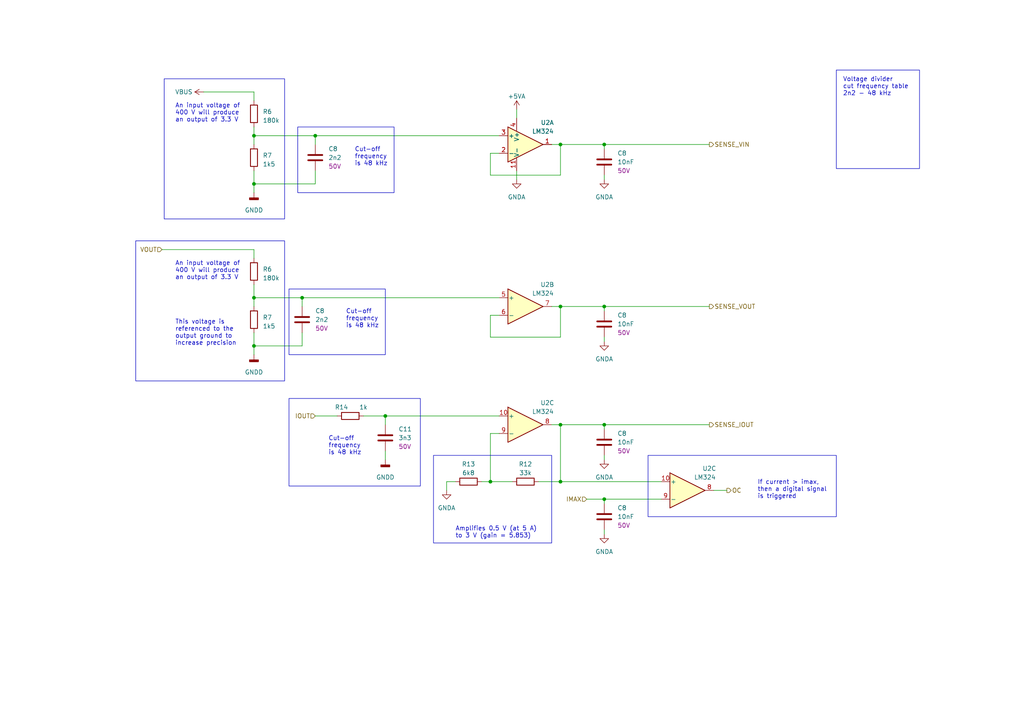
<source format=kicad_sch>
(kicad_sch (version 20230121) (generator eeschema)
  (paper "A4")
  (title_block (title "HIGH VOLTAGE POWER SUPPLY") (date "2023-10-23") (rev "REV1") (company "INSTITUTO TECNOLOGICO DE AERONAUTICA (ITA)") (comment 1 "PROF. COLOMBO") (comment 2 "OUTPUT CURRENT: 0 - 5 A") (comment 3 "OUTPUT VOLTAGE: 0 - 300 V"))
  (lib_symbols
    (symbol "Amplifier_Operational:LM324" (pin_names (offset 0.127))
      (property "Reference" "U" (at 0 5.08 0))
      (property "Value" "LM324" (at 0 -5.08 0))
      (symbol "LM324_1_1"
        (polyline (pts (xy -5.08 5.08) (xy 5.08 0) (xy -5.08 -5.08) (xy -5.08 5.08)) (stroke (width 0.254)) (fill (type background)))
        (pin output line (at 7.62 0 180) (length 2.54) (name "~") (number "1"))
        (pin input line (at -7.62 -2.54 0) (length 2.54) (name "-") (number "2"))
        (pin input line (at -7.62 2.54 0) (length 2.54) (name "+") (number "3"))
      )
      (symbol "LM324_2_1"
        (polyline (pts (xy -5.08 5.08) (xy 5.08 0) (xy -5.08 -5.08) (xy -5.08 5.08)) (stroke (width 0.254)) (fill (type background)))
        (pin input line (at -7.62 2.54 0) (length 2.54) (name "+") (number "5"))
        (pin input line (at -7.62 -2.54 0) (length 2.54) (name "-") (number "6"))
        (pin output line (at 7.62 0 180) (length 2.54) (name "~") (number "7"))
      )
      (symbol "LM324_3_1"
        (polyline (pts (xy -5.08 5.08) (xy 5.08 0) (xy -5.08 -5.08) (xy -5.08 5.08)) (stroke (width 0.254)) (fill (type background)))
        (pin input line (at -7.62 2.54 0) (length 2.54) (name "+") (number "10"))
        (pin output line (at 7.62 0 180) (length 2.54) (name "~") (number "8"))
        (pin input line (at -7.62 -2.54 0) (length 2.54) (name "-") (number "9"))
      )
      (symbol "LM324_4_1"
        (polyline (pts (xy -5.08 5.08) (xy 5.08 0) (xy -5.08 -5.08) (xy -5.08 5.08)) (stroke (width 0.254)) (fill (type background)))
        (pin input line (at -7.62 2.54 0) (length 2.54) (name "+") (number "12"))
        (pin input line (at -7.62 -2.54 0) (length 2.54) (name "-") (number "13"))
        (pin output line (at 7.62 0 180) (length 2.54) (name "~") (number "14"))
      )
      (symbol "LM324_5_1"
        (pin power_in line (at -2.54 -7.62 90) (length 3.81) (name "V-") (number "11"))
        (pin power_in line (at -2.54 7.62 270) (length 3.81) (name "V+") (number "4"))
      )
    )
    (symbol "Device:C" (pin_numbers hide) (pin_names (offset 0.254))
      (property "Reference" "C" (at 0.635 2.54 0))
      (property "Value" "C" (at 0.635 -2.54 0))
      (symbol "C_0_1"
        (polyline (pts (xy -2.032 -0.762) (xy 2.032 -0.762)) (stroke (width 0.508)))
        (polyline (pts (xy -2.032 0.762) (xy 2.032 0.762)) (stroke (width 0.508)))
      )
      (symbol "C_1_1"
        (pin passive line (at 0 3.81 270) (length 2.794) (name "~") (number "1"))
        (pin passive line (at 0 -3.81 90) (length 2.794) (name "~") (number "2"))
      )
    )
    (symbol "Device:R" (pin_numbers hide) (pin_names (offset 0))
      (property "Reference" "R" (at 2.032 0 90))
      (property "Value" "R" (at 0 0 90))
      (symbol "R_0_1"
        (rectangle (start -1.016 -2.54) (end 1.016 2.54) (stroke (width 0.254)))
      )
      (symbol "R_1_1"
        (pin passive line (at 0 3.81 270) (length 1.27) (name "~") (number "1"))
        (pin passive line (at 0 -3.81 90) (length 1.27) (name "~") (number "2"))
      )
    )
    (symbol "power:+5VA" (power) (pin_names (offset 0))
      (property "Value" "+5VA" (at 0 3.556 0))
      (symbol "+5VA_0_1"
        (polyline (pts (xy -0.762 1.27) (xy 0 2.54)))
        (polyline (pts (xy 0 0) (xy 0 2.54)))
        (polyline (pts (xy 0 2.54) (xy 0.762 1.27)))
      )
      (symbol "+5VA_1_1"
        (pin power_in line (at 0 0 90) (length 0) hide (name "+5VA") (number "1"))
      )
    )
    (symbol "power:GNDA" (power) (pin_names (offset 0))
      (property "Value" "GNDA" (at 0 -3.81 0))
      (symbol "GNDA_0_1"
        (polyline (pts (xy 0 0) (xy 0 -1.27) (xy 1.27 -1.27) (xy 0 -2.54) (xy -1.27 -1.27) (xy 0 -1.27)))
      )
      (symbol "GNDA_1_1"
        (pin power_in line (at 0 0 270) (length 0) hide (name "GNDA") (number "1"))
      )
    )
    (symbol "power:GNDD" (power) (pin_names (offset 0))
      (property "Value" "GNDD" (at 0 -3.175 0))
      (symbol "GNDD_0_1"
        (rectangle (start -1.27 -1.524) (end 1.27 -2.032) (stroke (width 0.254)) (fill (type outline)))
        (polyline (pts (xy 0 0) (xy 0 -1.524)))
      )
      (symbol "GNDD_1_1"
        (pin power_in line (at 0 0 270) (length 0) hide (name "GNDD") (number "1"))
      )
    )
    (symbol "power:VBUS" (power) (pin_names (offset 0))
      (property "Value" "VBUS" (at 0 3.81 0))
      (symbol "VBUS_0_1"
        (polyline (pts (xy -0.762 1.27) (xy 0 2.54)))
        (polyline (pts (xy 0 0) (xy 0 2.54)))
        (polyline (pts (xy 0 2.54) (xy 0.762 1.27)))
      )
      (symbol "VBUS_1_1"
        (pin power_in line (at 0 0 90) (length 0) hide (name "VBUS") (number "1"))
      )
    )
  )
  (junction (at 162.56 139.7))
  (junction (at 142.24 139.7))
  (junction (at 73.66 100.33))
  (junction (at 73.66 53.34))
  (junction (at 73.66 86.36))
  (junction (at 87.63 86.36))
  (junction (at 73.66 39.37))
  (junction (at 175.26 123.19))
  (junction (at 175.26 88.9))
  (junction (at 175.26 144.78))
  (junction (at 91.44 39.37))
  (junction (at 162.56 123.19))
  (junction (at 175.26 41.91))
  (junction (at 162.56 88.9))
  (junction (at 111.76 120.65))
  (junction (at 162.56 41.91))
  (wire (pts (xy 175.26 144.78) (xy 175.26 146.05)))
  (wire (pts (xy 191.77 139.7) (xy 162.56 139.7)))
  (wire (pts (xy 73.66 26.67) (xy 73.66 29.21)))
  (wire (pts (xy 91.44 120.65) (xy 97.79 120.65)))
  (wire (pts (xy 149.86 49.53) (xy 149.86 52.07)))
  (wire (pts (xy 144.78 91.44) (xy 142.24 91.44)))
  (wire (pts (xy 162.56 123.19) (xy 162.56 139.7)))
  (wire (pts (xy 87.63 86.36) (xy 144.78 86.36)))
  (wire (pts (xy 91.44 49.53) (xy 91.44 53.34)))
  (wire (pts (xy 129.54 139.7) (xy 129.54 142.24)))
  (wire (pts (xy 162.56 88.9) (xy 175.26 88.9)))
  (wire (pts (xy 142.24 125.73) (xy 142.24 139.7)))
  (wire (pts (xy 142.24 44.45) (xy 142.24 50.8)))
  (wire (pts (xy 207.01 142.24) (xy 210.82 142.24)))
  (wire (pts (xy 162.56 123.19) (xy 175.26 123.19)))
  (wire (pts (xy 175.26 41.91) (xy 175.26 43.18)))
  (wire (pts (xy 142.24 50.8) (xy 162.56 50.8)))
  (wire (pts (xy 162.56 97.79) (xy 162.56 88.9)))
  (wire (pts (xy 142.24 139.7) (xy 148.59 139.7)))
  (wire (pts (xy 142.24 91.44) (xy 142.24 97.79)))
  (wire (pts (xy 175.26 123.19) (xy 205.74 123.19)))
  (wire (pts (xy 132.08 139.7) (xy 129.54 139.7)))
  (wire (pts (xy 149.86 31.75) (xy 149.86 34.29)))
  (wire (pts (xy 73.66 82.55) (xy 73.66 86.36)))
  (wire (pts (xy 162.56 41.91) (xy 175.26 41.91)))
  (wire (pts (xy 162.56 50.8) (xy 162.56 41.91)))
  (wire (pts (xy 144.78 44.45) (xy 142.24 44.45)))
  (wire (pts (xy 73.66 96.52) (xy 73.66 100.33)))
  (wire (pts (xy 162.56 123.19) (xy 160.02 123.19)))
  (wire (pts (xy 87.63 100.33) (xy 73.66 100.33)))
  (wire (pts (xy 175.26 88.9) (xy 205.74 88.9)))
  (wire (pts (xy 111.76 120.65) (xy 111.76 123.19)))
  (wire (pts (xy 175.26 50.8) (xy 175.26 52.07)))
  (wire (pts (xy 73.66 53.34) (xy 91.44 53.34)))
  (wire (pts (xy 73.66 86.36) (xy 73.66 88.9)))
  (wire (pts (xy 175.26 132.08) (xy 175.26 133.35)))
  (wire (pts (xy 91.44 39.37) (xy 144.78 39.37)))
  (wire (pts (xy 144.78 125.73) (xy 142.24 125.73)))
  (wire (pts (xy 111.76 130.81) (xy 111.76 133.35)))
  (wire (pts (xy 111.76 120.65) (xy 144.78 120.65)))
  (wire (pts (xy 162.56 88.9) (xy 160.02 88.9)))
  (wire (pts (xy 175.26 153.67) (xy 175.26 154.94)))
  (wire (pts (xy 73.66 39.37) (xy 91.44 39.37)))
  (wire (pts (xy 162.56 41.91) (xy 160.02 41.91)))
  (wire (pts (xy 175.26 88.9) (xy 175.26 90.17)))
  (wire (pts (xy 73.66 100.33) (xy 73.66 102.87)))
  (wire (pts (xy 142.24 139.7) (xy 139.7 139.7)))
  (wire (pts (xy 73.66 36.83) (xy 73.66 39.37)))
  (wire (pts (xy 73.66 49.53) (xy 73.66 53.34)))
  (wire (pts (xy 87.63 96.52) (xy 87.63 100.33)))
  (wire (pts (xy 175.26 123.19) (xy 175.26 124.46)))
  (wire (pts (xy 175.26 97.79) (xy 175.26 99.06)))
  (wire (pts (xy 73.66 86.36) (xy 87.63 86.36)))
  (wire (pts (xy 175.26 41.91) (xy 205.74 41.91)))
  (wire (pts (xy 156.21 139.7) (xy 162.56 139.7)))
  (wire (pts (xy 73.66 53.34) (xy 73.66 55.88)))
  (wire (pts (xy 91.44 39.37) (xy 91.44 41.91)))
  (wire (pts (xy 175.26 144.78) (xy 191.77 144.78)))
  (wire (pts (xy 73.66 72.39) (xy 73.66 74.93)))
  (wire (pts (xy 87.63 86.36) (xy 87.63 88.9)))
  (wire (pts (xy 59.055 26.67) (xy 73.66 26.67)))
  (wire (pts (xy 46.99 72.39) (xy 73.66 72.39)))
  (wire (pts (xy 170.18 144.78) (xy 175.26 144.78)))
  (wire (pts (xy 73.66 39.37) (xy 73.66 41.91)))
  (wire (pts (xy 105.41 120.65) (xy 111.76 120.65)))
  (wire (pts (xy 142.24 97.79) (xy 162.56 97.79)))
  (rectangle (start 47.625 22.86) (end 82.55 63.5))
  (rectangle (start 83.82 115.57) (end 121.92 140.97))
  (rectangle (start 125.73 132.08) (end 160.02 157.48))
  (rectangle (start 86.36 36.83) (end 114.3 55.88))
  (rectangle (start 83.82 83.82) (end 111.76 102.87))
  (rectangle (start 187.96 132.08) (end 242.57 149.86))
  (rectangle (start 39.37 69.85) (end 82.55 110.49))
  (rectangle (start 242.57 20.32) (end 266.7 48.895))
  (text "An input voltage of\n400 V will produce \nan output of 3.3 V" (at 50.8 81.28 0) (effects (font (size 1.27 1.27)) (justify left bottom)))
  (text "Cut-off \nfrequency\nis 48 kHz" (at 95.25 132.08 0) (effects (font (size 1.27 1.27)) (justify left bottom)))
  (text "Voltage divider \ncut frequency table\n2n2 - 48 kHz" (at 244.475 27.94 0) (effects (font (size 1.27 1.27)) (justify left bottom)))
  (text "Amplifies 0.5 V (at 5 A) \nto 3 V (gain = 5.853)\n" (at 132.08 156.21 0) (effects (font (size 1.27 1.27)) (justify left bottom)))
  (text "An input voltage of\n400 V will produce \nan output of 3.3 V" (at 50.8 35.56 0) (effects (font (size 1.27 1.27)) (justify left bottom)))
  (text "Cut-off \nfrequency\nis 48 kHz" (at 102.87 48.26 0) (effects (font (size 1.27 1.27)) (justify left bottom)))
  (text "Cut-off \nfrequency\nis 48 kHz" (at 100.33 95.25 0) (effects (font (size 1.27 1.27)) (justify left bottom)))
  (text "This voltage is \nreferenced to the \noutput ground to \nincrease precision" (at 50.8 100.33 0) (effects (font (size 1.27 1.27)) (justify left bottom)))
  (text "If current > imax, \nthen a digital signal \nis triggered" (at 219.71 144.78 0) (effects (font (size 1.27 1.27)) (justify left bottom)))
  (hierarchical_label "IOUT" (shape input) (at 91.44 120.65 180))
  (hierarchical_label "VOUT" (shape input) (at 46.99 72.39 180))
  (hierarchical_label "SENSE_VIN" (shape output) (at 205.74 41.91 0))
  (hierarchical_label "OC" (shape output) (at 210.82 142.24 0))
  (hierarchical_label "SENSE_IOUT" (shape output) (at 205.74 123.19 0))
  (hierarchical_label "IMAX" (shape input) (at 170.18 144.78 180))
  (hierarchical_label "SENSE_VOUT" (shape output) (at 205.74 88.9 0))
  (symbol (lib_id "Device:C") (at 175.26 128.27 0) (unit 1)
    (property "Reference" "C8" (at 179.07 125.73 0) (effects (justify left)))
    (property "Value" "10nF" (at 179.07 128.27 0) (effects (justify left)))
    (property "Footprint" "Capacitor_SMD:C_1206_3216Metric" (effects hide))
    (property "Voltage" "50V" (at 179.07 130.81 0) (effects (justify left)))
    (instances (project "board" (path "" (reference "C8") (unit 1)) (path "" (reference "C33") (unit 1))))
  )
  (symbol (lib_id "Device:C") (at 91.44 45.72 0) (unit 1)
    (property "Reference" "C8" (at 95.25 43.18 0) (effects (justify left)))
    (property "Value" "2n2" (at 95.25 45.72 0) (effects (justify left)))
    (property "Footprint" "Capacitor_SMD:C_1206_3216Metric" (effects hide))
    (property "Voltage" "50V" (at 95.25 48.26 0) (effects (justify left)))
    (instances (project "board" (path "" (reference "C8") (unit 1)) (path "" (reference "C29") (unit 1))))
  )
  (symbol (lib_id "power:GNDA") (at 175.26 52.07 0) (unit 1)
    (property "Reference" "#PWR029" (effects hide))
    (property "Value" "GNDA" (at 175.26 57.15 0))
    (instances (project "board" (path "" (reference "#PWR029") (unit 1)) (path "" (reference "#PWR080") (unit 1))))
  )
  (symbol (lib_id "Amplifier_Operational:LM324") (at 152.4 88.9 0) (unit 2)
    (property "Reference" "U2" (at 158.75 82.55 0))
    (property "Value" "LM324" (at 157.48 85.09 0))
    (property "Footprint" "Package_SO:TSSOP-14_4.4x5mm_P0.65mm" (effects hide))
    (property "Datasheet" "http://www.ti.com/lit/ds/symlink/lm2902-n.pdf" (effects hide))
    (instances (project "board" (path "" (reference "U2") (unit 2)) (path "" (reference "U6") (unit 2))))
  )
  (symbol (lib_id "Amplifier_Operational:LM324") (at 152.4 41.91 0) (unit 5)
    (property "Reference" "U2" (effects hide))
    (property "Value" "LM324" (effects hide))
    (property "Footprint" "Package_SO:TSSOP-14_4.4x5mm_P0.65mm" (effects hide))
    (property "Datasheet" "http://www.ti.com/lit/ds/symlink/lm2902-n.pdf" (effects hide))
    (instances (project "board" (path "" (reference "U2") (unit 5)) (path "" (reference "U6") (unit 5))))
  )
  (symbol (lib_id "Device:R") (at 73.66 92.71 0) (unit 1)
    (property "Reference" "R7" (at 76.2 92.075 0) (effects (justify left)))
    (property "Value" "1k5" (at 76.2 94.615 0) (effects (justify left)))
    (property "Footprint" "Resistor_SMD:R_1206_3216Metric" (effects hide))
    (instances (project "board" (path "" (reference "R7") (unit 1)) (path "" (reference "R15") (unit 1))))
  )
  (symbol (lib_id "Device:R") (at 101.6 120.65 90) (unit 1)
    (property "Reference" "R14" (at 99.06 118.11 90))
    (property "Value" "1k" (at 105.41 118.11 90))
    (property "Footprint" "Resistor_SMD:R_1206_3216Metric" (effects hide))
    (instances (project "board" (path "" (reference "R14") (unit 1)) (path "" (reference "R16") (unit 1))))
  )
  (symbol (lib_id "Amplifier_Operational:LM324") (at 152.4 123.19 0) (unit 3)
    (property "Reference" "U2" (at 158.75 116.84 0))
    (property "Value" "LM324" (at 157.48 119.38 0))
    (property "Footprint" "Package_SO:TSSOP-14_4.4x5mm_P0.65mm" (effects hide))
    (property "Datasheet" "http://www.ti.com/lit/ds/symlink/lm2902-n.pdf" (effects hide))
    (instances (project "board" (path "" (reference "U2") (unit 3)) (path "" (reference "U6") (unit 3))))
  )
  (symbol (lib_id "power:VBUS") (at 59.055 26.67 90) (unit 1)
    (property "Reference" "#PWR01" (effects hide))
    (property "Value" "VBUS" (at 55.88 26.67 90) (effects (justify left)))
    (instances (project "board" (path "" (reference "#PWR01") (unit 1)) (path "" (reference "#PWR074") (unit 1))))
  )
  (symbol (lib_id "Device:R") (at 152.4 139.7 90) (unit 1)
    (property "Reference" "R12" (at 152.4 134.62 90))
    (property "Value" "33k" (at 152.4 137.16 90))
    (property "Footprint" "Resistor_SMD:R_1206_3216Metric" (effects hide))
    (instances (project "board" (path "" (reference "R12") (unit 1)) (path "" (reference "R18") (unit 1))))
  )
  (symbol (lib_id "Device:R") (at 135.89 139.7 90) (unit 1)
    (property "Reference" "R13" (at 135.89 134.62 90))
    (property "Value" "6k8" (at 135.89 137.16 90))
    (property "Footprint" "Resistor_SMD:R_1206_3216Metric" (effects hide))
    (instances (project "board" (path "" (reference "R13") (unit 1)) (path "" (reference "R17") (unit 1))))
  )
  (symbol (lib_id "power:GNDA") (at 175.26 99.06 0) (unit 1)
    (property "Reference" "#PWR029" (effects hide))
    (property "Value" "GNDA" (at 175.26 104.14 0))
    (instances (project "board" (path "" (reference "#PWR029") (unit 1)) (path "" (reference "#PWR081") (unit 1))))
  )
  (symbol (lib_id "power:GNDD") (at 111.76 133.35 0) (unit 1)
    (property "Reference" "#PWR024" (effects hide))
    (property "Value" "GNDD" (at 111.76 138.43 0))
    (instances (project "board" (path "" (reference "#PWR024") (unit 1)) (path "" (reference "#PWR076") (unit 1))))
  )
  (symbol (lib_id "power:GNDA") (at 175.26 133.35 0) (unit 1)
    (property "Reference" "#PWR029" (effects hide))
    (property "Value" "GNDA" (at 175.26 138.43 0))
    (instances (project "board" (path "" (reference "#PWR029") (unit 1)) (path "" (reference "#PWR082") (unit 1))))
  )
  (symbol (lib_id "Device:C") (at 111.76 127 0) (unit 1)
    (property "Reference" "C11" (at 115.57 124.46 0) (effects (justify left)))
    (property "Value" "3n3" (at 115.57 127 0) (effects (justify left)))
    (property "Footprint" "Capacitor_SMD:C_1206_3216Metric" (effects hide))
    (property "Voltage" "50V" (at 115.57 129.54 0) (effects (justify left)))
    (instances (project "board" (path "" (reference "C11") (unit 1)) (path "" (reference "C30") (unit 1))))
  )
  (symbol (lib_id "Amplifier_Operational:LM324") (at 152.4 41.91 0) (unit 1)
    (property "Reference" "U2" (at 158.75 35.56 0))
    (property "Value" "LM324" (at 157.48 38.1 0))
    (property "Footprint" "Package_SO:TSSOP-14_4.4x5mm_P0.65mm" (effects hide))
    (property "Datasheet" "http://www.ti.com/lit/ds/symlink/lm2902-n.pdf" (effects hide))
    (instances (project "board" (path "" (reference "U2") (unit 1)) (path "" (reference "U6") (unit 1))))
  )
  (symbol (lib_id "power:GNDA") (at 175.26 154.94 0) (unit 1)
    (property "Reference" "#PWR029" (effects hide))
    (property "Value" "GNDA" (at 175.26 160.02 0))
    (instances (project "board" (path "" (reference "#PWR029") (unit 1)) (path "" (reference "#PWR083") (unit 1))))
  )
  (symbol (lib_id "Device:R") (at 73.66 33.02 0) (unit 1)
    (property "Reference" "R6" (at 76.2 32.385 0) (effects (justify left)))
    (property "Value" "180k" (at 76.2 34.925 0) (effects (justify left)))
    (property "Footprint" "Resistor_SMD:R_1206_3216Metric" (effects hide))
    (instances (project "board" (path "" (reference "R6") (unit 1)) (path "" (reference "R12") (unit 1))))
  )
  (symbol (lib_id "power:GNDA") (at 129.54 142.24 0) (unit 1)
    (property "Reference" "#PWR017" (effects hide))
    (property "Value" "GNDA" (at 129.54 147.32 0))
    (instances (project "board" (path "" (reference "#PWR017") (unit 1)) (path "" (reference "#PWR077") (unit 1))))
  )
  (symbol (lib_id "Device:C") (at 175.26 46.99 0) (unit 1)
    (property "Reference" "C8" (at 179.07 44.45 0) (effects (justify left)))
    (property "Value" "10nF" (at 179.07 46.99 0) (effects (justify left)))
    (property "Footprint" "Capacitor_SMD:C_1206_3216Metric" (effects hide))
    (property "Voltage" "50V" (at 179.07 49.53 0) (effects (justify left)))
    (instances (project "board" (path "" (reference "C8") (unit 1)) (path "" (reference "C31") (unit 1))))
  )
  (symbol (lib_id "Device:C") (at 175.26 93.98 0) (unit 1)
    (property "Reference" "C8" (at 179.07 91.44 0) (effects (justify left)))
    (property "Value" "10nF" (at 179.07 93.98 0) (effects (justify left)))
    (property "Footprint" "Capacitor_SMD:C_1206_3216Metric" (effects hide))
    (property "Voltage" "50V" (at 179.07 96.52 0) (effects (justify left)))
    (instances (project "board" (path "" (reference "C8") (unit 1)) (path "" (reference "C32") (unit 1))))
  )
  (symbol (lib_id "Device:R") (at 73.66 45.72 0) (unit 1)
    (property "Reference" "R7" (at 76.2 45.085 0) (effects (justify left)))
    (property "Value" "1k5" (at 76.2 47.625 0) (effects (justify left)))
    (property "Footprint" "Resistor_SMD:R_1206_3216Metric" (effects hide))
    (instances (project "board" (path "" (reference "R7") (unit 1)) (path "" (reference "R13") (unit 1))))
  )
  (symbol (lib_id "Device:R") (at 73.66 78.74 0) (unit 1)
    (property "Reference" "R6" (at 76.2 78.105 0) (effects (justify left)))
    (property "Value" "180k" (at 76.2 80.645 0) (effects (justify left)))
    (property "Footprint" "Resistor_SMD:R_1206_3216Metric" (effects hide))
    (instances (project "board" (path "" (reference "R6") (unit 1)) (path "" (reference "R14") (unit 1))))
  )
  (symbol (lib_id "power:GNDA") (at 149.86 52.07 0) (unit 1)
    (property "Reference" "#PWR029" (effects hide))
    (property "Value" "GNDA" (at 149.86 57.15 0))
    (instances (project "board" (path "" (reference "#PWR029") (unit 1)) (path "" (reference "#PWR079") (unit 1))))
  )
  (symbol (lib_id "Amplifier_Operational:LM324") (at 199.39 142.24 0) (unit 3)
    (property "Reference" "U2" (at 205.74 135.89 0))
    (property "Value" "LM324" (at 204.47 138.43 0))
    (property "Footprint" "Package_SO:TSSOP-14_4.4x5mm_P0.65mm" (effects hide))
    (property "Datasheet" "http://www.ti.com/lit/ds/symlink/lm2902-n.pdf" (effects hide))
    (instances (project "board" (path "" (reference "U2") (unit 3)) (path "" (reference "U6") (unit 4))))
  )
  (symbol (lib_id "Device:C") (at 87.63 92.71 0) (unit 1)
    (property "Reference" "C8" (at 91.44 90.17 0) (effects (justify left)))
    (property "Value" "2n2" (at 91.44 92.71 0) (effects (justify left)))
    (property "Footprint" "Capacitor_SMD:C_1206_3216Metric" (effects hide))
    (property "Voltage" "50V" (at 91.44 95.25 0) (effects (justify left)))
    (instances (project "board" (path "" (reference "C8") (unit 1)) (path "" (reference "C28") (unit 1))))
  )
  (symbol (lib_id "Device:C") (at 175.26 149.86 0) (unit 1)
    (property "Reference" "C8" (at 179.07 147.32 0) (effects (justify left)))
    (property "Value" "10nF" (at 179.07 149.86 0) (effects (justify left)))
    (property "Footprint" "Capacitor_SMD:C_1206_3216Metric" (effects hide))
    (property "Voltage" "50V" (at 179.07 152.4 0) (effects (justify left)))
    (instances (project "board" (path "" (reference "C8") (unit 1)) (path "" (reference "C34") (unit 1))))
  )
  (symbol (lib_id "power:+5VA") (at 149.86 31.75 0) (mirror y) (unit 1)
    (property "Reference" "#PWR030" (effects hide))
    (property "Value" "+5VA" (at 149.86 27.94 0))
    (instances (project "board" (path "" (reference "#PWR030") (unit 1)) (path "" (reference "#PWR078") (unit 1))))
  )
  (symbol (lib_id "power:GNDD") (at 73.66 55.88 0) (unit 1)
    (property "Reference" "#PWR024" (effects hide))
    (property "Value" "GNDD" (at 73.66 60.96 0))
    (instances (project "board" (path "" (reference "#PWR024") (unit 1)) (path "" (reference "#PWR075") (unit 1))))
  )
  (symbol (lib_id "power:GNDD") (at 73.66 102.87 0) (unit 1)
    (property "Reference" "#PWR024" (effects hide))
    (property "Value" "GNDD" (at 73.66 107.95 0))
    (instances (project "board" (path "" (reference "#PWR024") (unit 1)) (path "" (reference "#PWR071") (unit 1))))
  )
)
</source>
